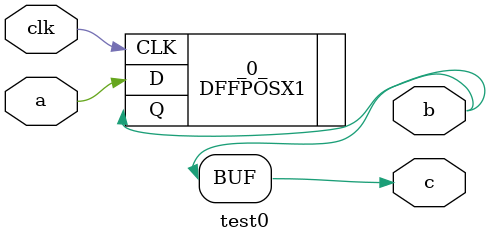
<source format=v>
/* Generated by Yosys 0.9+2406 (git sha1 bd2ecc2d, gcc 11.0.0 -fPIC -Os) */

(* top =  1  *)
(* src = "test0.v:1.1-10.10" *)
module test0(a, b, c, clk);
  (* src = "test0.v:2.9-2.10" *)
  input a;
  (* src = "test0.v:3.10-3.11" *)
  output b;
  (* src = "test0.v:3.13-3.14" *)
  output c;
  (* src = "test0.v:4.9-4.12" *)
  input clk;
  (* src = "test0.v:6.3-9.6" *)
  DFFPOSX1 _0_ (
    .CLK(clk),
    .D(a),
    .Q(b)
  );
  assign c = b;
endmodule

</source>
